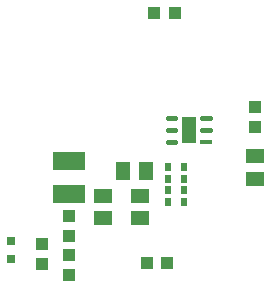
<source format=gbr>
G04 EAGLE Gerber RS-274X export*
G75*
%MOMM*%
%FSLAX34Y34*%
%LPD*%
%INSolderpaste Top*%
%IPPOS*%
%AMOC8*
5,1,8,0,0,1.08239X$1,22.5*%
G01*
%ADD10R,0.800000X0.800000*%
%ADD11R,1.100000X1.000000*%
%ADD12R,1.000000X1.100000*%
%ADD13R,0.600000X0.720000*%
%ADD14R,0.892000X1.792000*%
%ADD15R,1.010000X0.392000*%
%ADD16C,0.392000*%
%ADD17R,1.295200X2.246000*%
%ADD18R,1.500000X1.300000*%
%ADD19R,1.300000X1.500000*%
%ADD20R,2.700000X1.600000*%


D10*
X265430Y236975D03*
X265430Y251975D03*
D11*
X291783Y232483D03*
X291783Y249483D03*
D12*
X386788Y445453D03*
X403788Y445453D03*
D11*
X314325Y223275D03*
X314325Y240275D03*
D13*
X411813Y285488D03*
X411813Y295188D03*
X411813Y304888D03*
X411813Y314588D03*
X397813Y285488D03*
X397813Y295188D03*
X397813Y304888D03*
X397813Y314588D03*
D14*
X415925Y346075D03*
D15*
X430435Y336075D03*
D16*
X433525Y346075D02*
X427345Y346075D01*
X427345Y356075D02*
X433525Y356075D01*
X404505Y356075D02*
X398325Y356075D01*
X398325Y346075D02*
X404505Y346075D01*
X404505Y336075D02*
X398325Y336075D01*
D17*
X415925Y346075D03*
D18*
X471488Y323825D03*
X471488Y304825D03*
D12*
X471488Y365688D03*
X471488Y348688D03*
D18*
X342900Y271488D03*
X342900Y290488D03*
X374650Y271488D03*
X374650Y290488D03*
D11*
X314325Y273613D03*
X314325Y256613D03*
D12*
X380438Y233363D03*
X397438Y233363D03*
D19*
X360388Y311150D03*
X379388Y311150D03*
D20*
X314325Y292388D03*
X314325Y320388D03*
M02*

</source>
